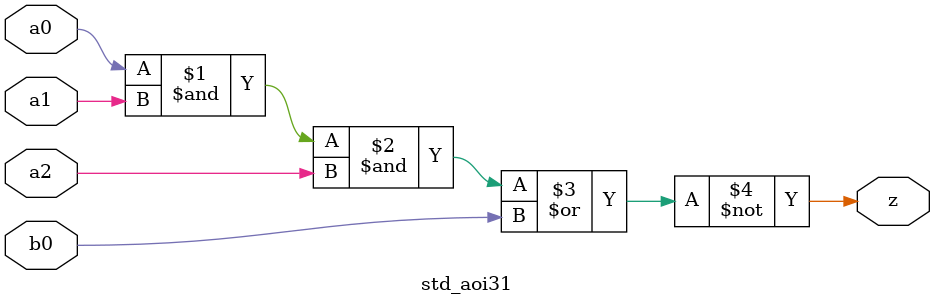
<source format=sv>

module std_aoi31 #(parameter DW = 1 ) // array width
(
	input [DW-1:0]  a0,
	input [DW-1:0]  a1,
	input [DW-1:0]  a2,
	input [DW-1:0]  b0, 
	output [DW-1:0] z
);

assign z = ~((a0 & a1 & a2) | b0);

endmodule

</source>
